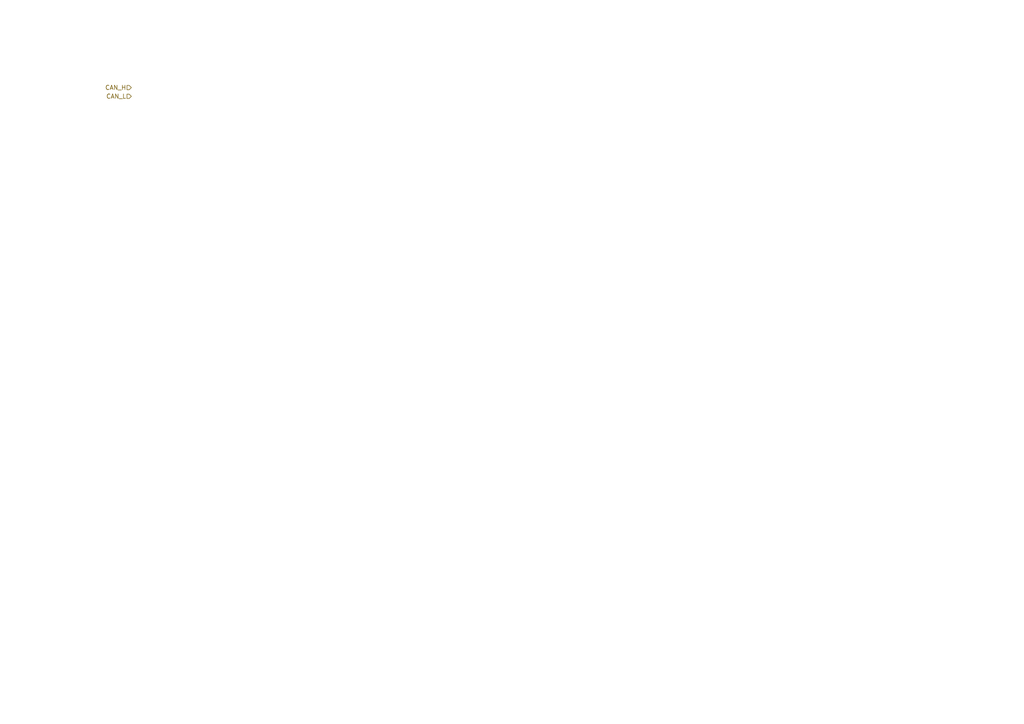
<source format=kicad_sch>
(kicad_sch (version 20211123) (generator eeschema)
  (paper "A4")
  (lib_symbols)
  (hierarchical_label "CAN_L" (shape input) (at 38.1 27.94 180))
  (hierarchical_label "CAN_H" (shape input) (at 38.1 25.4 180))
)
</source>
